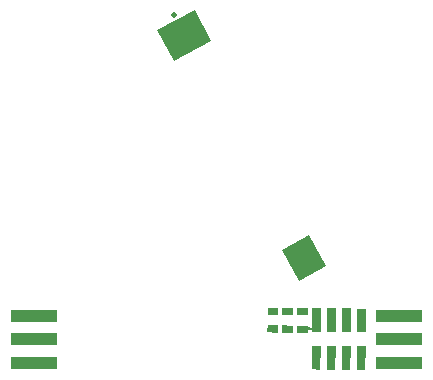
<source format=gbs>
G04 #@! TF.FileFunction,Soldermask,Bot*
%FSLAX46Y46*%
G04 Gerber Fmt 4.6, Leading zero omitted, Abs format (unit mm)*
G04 Created by KiCad (PCBNEW 4.0.0-rc2-stable) date 3/3/2016 3:47:34 PM*
%MOMM*%
G01*
G04 APERTURE LIST*
%ADD10C,0.150000*%
%ADD11R,4.000000X1.000000*%
%ADD12C,0.600000*%
%ADD13C,0.500000*%
G04 APERTURE END LIST*
D10*
D11*
X79943790Y-50192200D03*
X79943790Y-48192200D03*
X79943790Y-46192200D03*
D12*
X78943790Y-50192200D03*
X78943790Y-48192200D03*
X78943790Y-46192200D03*
D11*
X49020840Y-46192200D03*
X49020840Y-48192200D03*
X49020840Y-50192200D03*
D12*
X50020840Y-46192200D03*
X50020840Y-48192200D03*
X50020840Y-50192200D03*
D10*
G36*
X71422763Y-43254034D02*
X70005837Y-40609734D01*
X72297563Y-39381732D01*
X73714489Y-42026032D01*
X71422763Y-43254034D01*
X71422763Y-43254034D01*
G37*
G36*
X60874642Y-24627516D02*
X59457716Y-21983217D01*
X62630876Y-20282906D01*
X64047802Y-22927205D01*
X60874642Y-24627516D01*
X60874642Y-24627516D01*
G37*
D13*
X60855372Y-20780488D03*
D10*
G36*
X72522138Y-50761618D02*
X72542811Y-48761725D01*
X73302770Y-48769580D01*
X73282097Y-50769473D01*
X72522138Y-50761618D01*
X72522138Y-50761618D01*
G37*
G36*
X73792070Y-50774745D02*
X73812743Y-48774852D01*
X74572702Y-48782707D01*
X74552029Y-50782600D01*
X73792070Y-50774745D01*
X73792070Y-50774745D01*
G37*
G36*
X75062002Y-50787872D02*
X75082675Y-48787979D01*
X75842634Y-48795834D01*
X75821961Y-50795727D01*
X75062002Y-50787872D01*
X75062002Y-50787872D01*
G37*
G36*
X76331934Y-50800999D02*
X76352607Y-48801106D01*
X77112566Y-48808961D01*
X77091893Y-50808854D01*
X76331934Y-50800999D01*
X76331934Y-50800999D01*
G37*
G36*
X72555214Y-47561789D02*
X72575887Y-45561896D01*
X73335846Y-45569751D01*
X73315173Y-47569644D01*
X72555214Y-47561789D01*
X72555214Y-47561789D01*
G37*
G36*
X73825146Y-47574916D02*
X73845819Y-45575023D01*
X74605778Y-45582878D01*
X74585105Y-47582771D01*
X73825146Y-47574916D01*
X73825146Y-47574916D01*
G37*
G36*
X75095078Y-47588043D02*
X75115751Y-45588150D01*
X75875710Y-45596005D01*
X75855037Y-47595898D01*
X75095078Y-47588043D01*
X75095078Y-47588043D01*
G37*
G36*
X76375010Y-47601273D02*
X76395682Y-45601380D01*
X77135642Y-45609029D01*
X77114970Y-47608922D01*
X76375010Y-47601273D01*
X76375010Y-47601273D01*
G37*
G36*
X71304752Y-46148789D02*
X71310954Y-45548821D01*
X72210906Y-45558123D01*
X72204704Y-46158091D01*
X71304752Y-46148789D01*
X71304752Y-46148789D01*
G37*
G36*
X71289248Y-47648708D02*
X71295450Y-47048740D01*
X72195402Y-47058042D01*
X72189200Y-47658010D01*
X71289248Y-47648708D01*
X71289248Y-47648708D01*
G37*
G36*
X70039314Y-47635788D02*
X70045516Y-47035820D01*
X70945468Y-47045122D01*
X70939266Y-47645090D01*
X70039314Y-47635788D01*
X70039314Y-47635788D01*
G37*
G36*
X70054819Y-46135868D02*
X70061021Y-45535900D01*
X70960973Y-45545202D01*
X70954771Y-46145170D01*
X70054819Y-46135868D01*
X70054819Y-46135868D01*
G37*
G36*
X68804885Y-46122948D02*
X68811087Y-45522980D01*
X69711039Y-45532282D01*
X69704837Y-46132250D01*
X68804885Y-46122948D01*
X68804885Y-46122948D01*
G37*
G36*
X68789381Y-47622868D02*
X68795583Y-47022900D01*
X69695535Y-47032202D01*
X69689333Y-47632170D01*
X68789381Y-47622868D01*
X68789381Y-47622868D01*
G37*
G36*
X71941797Y-47405440D02*
X71943865Y-47205451D01*
X72843817Y-47214754D01*
X72841749Y-47414743D01*
X71941797Y-47405440D01*
X71941797Y-47405440D01*
G37*
M02*

</source>
